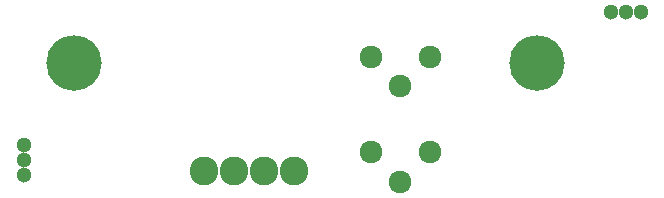
<source format=gbr>
G04 #@! TF.GenerationSoftware,KiCad,Pcbnew,(5.0.0-3-g5ebb6b6)*
G04 #@! TF.CreationDate,2018-08-08T21:58:00-07:00*
G04 #@! TF.ProjectId,MZBOT_XY-Endstop,4D5A424F545F58592D456E6473746F70,A*
G04 #@! TF.SameCoordinates,Original*
G04 #@! TF.FileFunction,Soldermask,Bot*
G04 #@! TF.FilePolarity,Negative*
%FSLAX46Y46*%
G04 Gerber Fmt 4.6, Leading zero omitted, Abs format (unit mm)*
G04 Created by KiCad (PCBNEW (5.0.0-3-g5ebb6b6)) date Wednesday, August 08, 2018 at 09:58:00 PM*
%MOMM*%
%LPD*%
G01*
G04 APERTURE LIST*
%ADD10C,1.300000*%
%ADD11C,1.924000*%
%ADD12C,4.700000*%
%ADD13C,2.432000*%
G04 APERTURE END LIST*
D10*
G04 #@! TO.C,U1*
X123500000Y-106980000D03*
X123500000Y-105710000D03*
X123500000Y-108250000D03*
G04 #@! TD*
D11*
G04 #@! TO.C,VR1*
X155400000Y-108850000D03*
X152900000Y-106350000D03*
X157900000Y-106350000D03*
G04 #@! TD*
D12*
G04 #@! TO.C,REF\002A\002A*
X167000000Y-98750000D03*
G04 #@! TD*
G04 #@! TO.C,REF\002A\002A*
X127750000Y-98750000D03*
G04 #@! TD*
D13*
G04 #@! TO.C,J1*
X146410000Y-107900000D03*
X143870000Y-107900000D03*
X141330000Y-107900000D03*
X138790000Y-107900000D03*
G04 #@! TD*
D10*
G04 #@! TO.C,U2*
X174500000Y-94500000D03*
X175770000Y-94500000D03*
X173230000Y-94500000D03*
G04 #@! TD*
D11*
G04 #@! TO.C,VR2*
X155400000Y-100750000D03*
X152900000Y-98250000D03*
X157900000Y-98250000D03*
G04 #@! TD*
M02*

</source>
